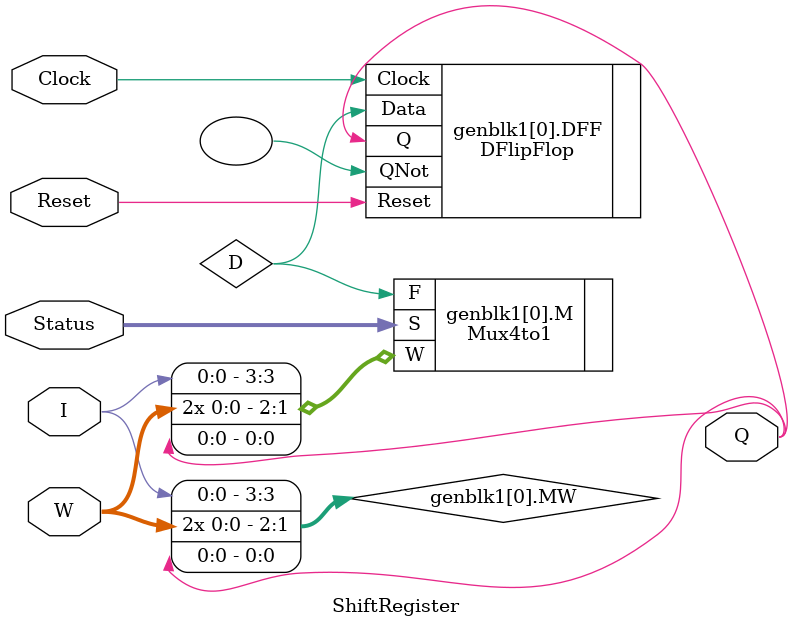
<source format=v>
`include "../Multiplexer/Mux4to1.v"
`include "DFlipFlop/DFlipFlop.v"

module ShiftRegister(I, Status, W, Clock, Reset, Q);
    parameter n=1;
    input wire [n-1:0] I;
    input wire [1:0] Status;
    input wire W, Clock, Reset;
    output wire [n-1:0] Q;
    wire [n-1:0] D;

    genvar i;
    generate for (i = 0; i < n; i = i+1) begin
        wire [3:0] MW;
        assign MW[0] = Q[i];
        assign MW[1] = i == 0 ? W:Q[i-1];
        assign MW[2] = i == n-1 ? W:Q[i+1];
        assign MW[3] = I[i];
        Mux4to1 M(.W(MW), .S(Status), .F(D[i]));
        DFlipFlop DFF(.Data(D[i]), .Clock(Clock), .Reset(Reset), .Q(Q[i]), .QNot());
    end
    endgenerate
endmodule
</source>
